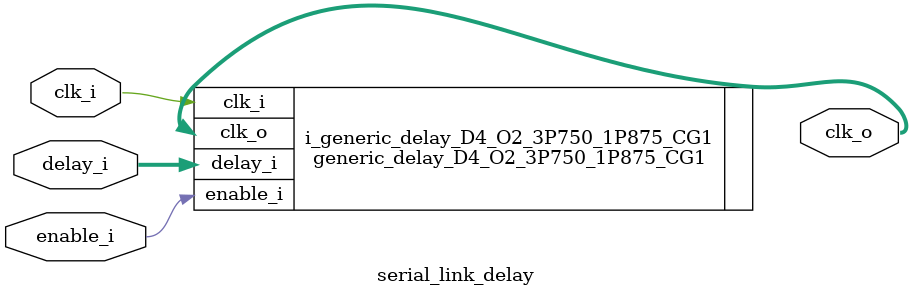
<source format=sv>

module serial_link_delay (
  input  logic       clk_i,
  input  logic       enable_i,
  input  logic [3:0] delay_i,
  output logic [1:0] clk_o
);

  `ifndef TARGET_ASIC
    generic_delay_D4_O2_3P750_1P875_CG1 i_generic_delay_D4_O2_3P750_1P875_CG1 (
      .clk_i   (clk_i   ),
      .enable_i(enable_i),
      .delay_i (delay_i ),
      .clk_o   (clk_o   )
    );
  `else
   
   logic               in_i;
   logic               s_clk;
   
    tc_clk_gating serial_link_cg (
          .clk_i     (clk_i),
          .en_i      (enable_i),
          .test_en_i (1'b0),
          .clk_o     (in_i)
    );
   
    generic_delay_D4_O1_1P875_CG0 i_delay0(
        .clk_i      ( in_i      ),
        .delay_i    ( delay_i   ),
        .clk_o      ( s_clk     )
    );

    assign clk_o[1] = s_clk;
   
    generic_delay_D4_O1_1P875_CG0 i_delay1(
        .clk_i      ( s_clk     ),
        .delay_i    ( delay_i   ),
        .clk_o      ( clk_o[0]  )
    );

  `endif 
   
endmodule

</source>
